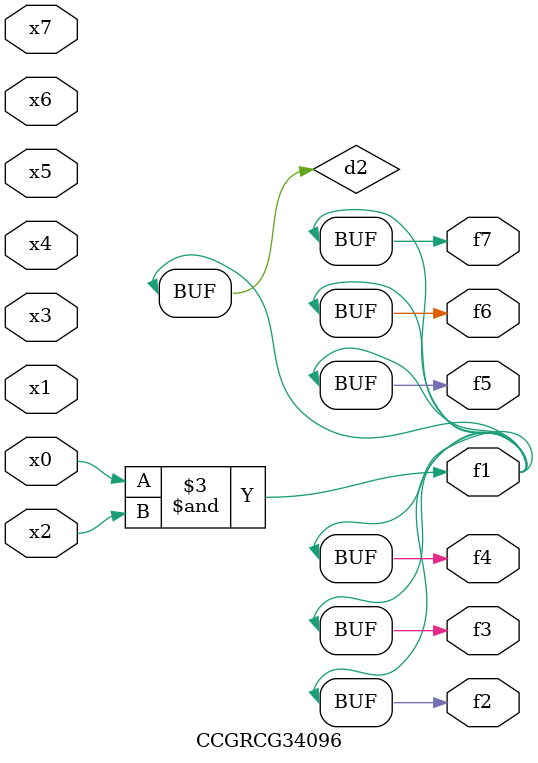
<source format=v>
module CCGRCG34096(
	input x0, x1, x2, x3, x4, x5, x6, x7,
	output f1, f2, f3, f4, f5, f6, f7
);

	wire d1, d2;

	nor (d1, x3, x6);
	and (d2, x0, x2);
	assign f1 = d2;
	assign f2 = d2;
	assign f3 = d2;
	assign f4 = d2;
	assign f5 = d2;
	assign f6 = d2;
	assign f7 = d2;
endmodule

</source>
